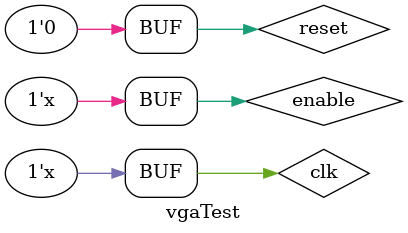
<source format=v>
`timescale 1ns / 1ps


module vgaTest;

	// Inputs
	reg enable;
	reg reset;
	reg clk;

	// Outputs
	wire Hsync;
	wire Vsync;
	wire [10:0] Hpos;
	wire [10:0] Vpos;

	// Instantiate the Unit Under Test (UUT)
	Vga uut (
		.enable(enable), 
		.reset(reset), 
		.clk(clk), 
		.Hsync(Hsync), 
		.Vsync(Vsync), 
		.Hpos(Hpos), 
		.Vpos(Vpos)
	);

	initial begin
		// Initialize Inputs
		enable = 0;
		reset = 1;
		clk = 0;

		// Wait 100 ns for global reset to finish
		#100;
		
		reset = 0;
		#100;
        
		// Add stimulus here

	end
	
	always #10 begin 
		clk = clk + 1;
	end
	
	always #20 begin
		enable = enable + 1;
	end
      
endmodule


</source>
